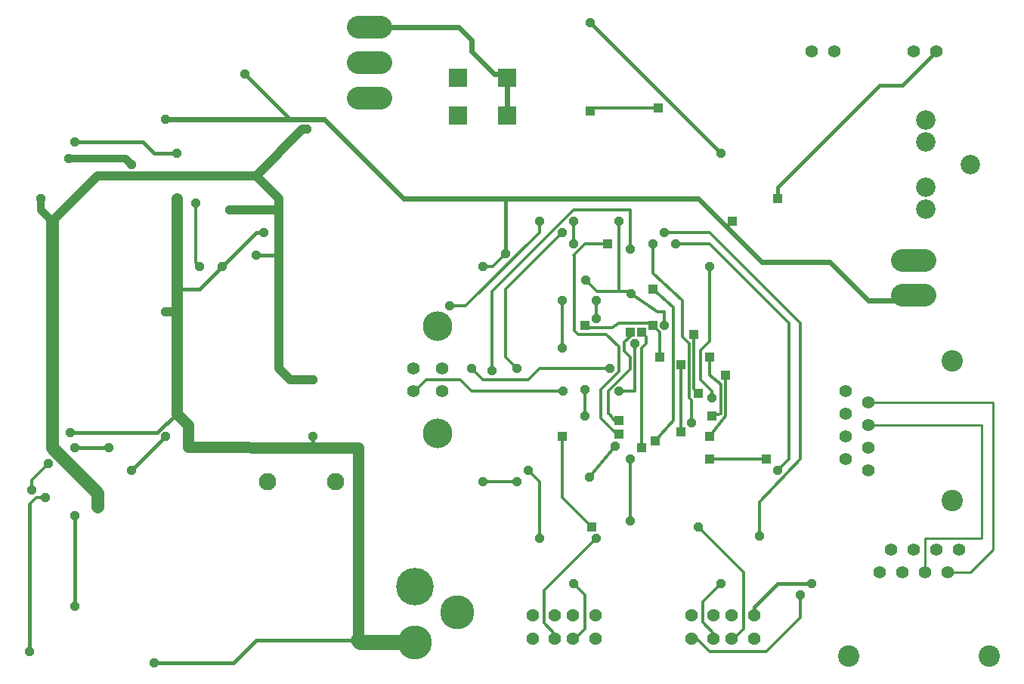
<source format=gbl>
G75*
G70*
%OFA0B0*%
%FSLAX24Y24*%
%IPPOS*%
%LPD*%
%AMOC8*
5,1,8,0,0,1.08239X$1,22.5*
%
%ADD10C,0.0560*%
%ADD11C,0.1306*%
%ADD12R,0.0827X0.0827*%
%ADD13C,0.0768*%
%ADD14C,0.0562*%
%ADD15C,0.0550*%
%ADD16C,0.0860*%
%ADD17C,0.0945*%
%ADD18C,0.1660*%
%ADD19C,0.1502*%
%ADD20C,0.1004*%
%ADD21R,0.0396X0.0396*%
%ADD22C,0.0120*%
%ADD23OC8,0.0396*%
%ADD24C,0.0500*%
%ADD25C,0.0160*%
%ADD26C,0.0660*%
%ADD27C,0.0400*%
%ADD28C,0.0240*%
%ADD29C,0.0560*%
%ADD30C,0.0320*%
%ADD31C,0.0100*%
D10*
X020037Y014508D03*
X020037Y015492D03*
X021297Y015492D03*
X021297Y014508D03*
X039100Y014500D03*
X040100Y014000D03*
X039100Y013500D03*
X040100Y013000D03*
X039100Y012500D03*
X040100Y012000D03*
X039100Y011500D03*
X040100Y011000D03*
X041100Y007500D03*
X042100Y007500D03*
X043100Y007500D03*
X044100Y007500D03*
X043600Y006500D03*
X042600Y006500D03*
X041600Y006500D03*
X040600Y006500D03*
D11*
X021100Y012630D03*
X021100Y017370D03*
D12*
X022017Y026673D03*
X022017Y028327D03*
X024183Y028327D03*
X024183Y026673D03*
D13*
X016600Y010500D03*
X013600Y010500D03*
D14*
X025309Y004598D03*
X026293Y004598D03*
X027080Y004598D03*
X028065Y004598D03*
X028065Y003567D03*
X027080Y003567D03*
X026293Y003567D03*
X025309Y003567D03*
X032309Y003567D03*
X033293Y003567D03*
X034080Y003567D03*
X035065Y003567D03*
X035065Y004598D03*
X034080Y004598D03*
X033293Y004598D03*
X032309Y004598D03*
D15*
X037600Y029500D03*
X038600Y029500D03*
X042100Y029500D03*
X043100Y029500D03*
D16*
X042631Y026469D03*
X042631Y025484D03*
X044600Y024500D03*
X042631Y023516D03*
X042631Y022531D03*
D17*
X043801Y015843D03*
X043801Y009657D03*
X045443Y002799D03*
X039257Y002799D03*
D18*
X020100Y005854D03*
D19*
X021990Y004732D03*
X020100Y003394D03*
D20*
X041598Y018720D02*
X042602Y018720D01*
X042602Y020280D02*
X041598Y020280D01*
X018602Y027441D02*
X017598Y027441D01*
X017598Y029000D02*
X018602Y029000D01*
X018602Y030559D02*
X017598Y030559D01*
D21*
X027850Y026850D03*
X030850Y027000D03*
X036100Y023000D03*
X034100Y022000D03*
X030600Y019000D03*
X030600Y017400D03*
X030100Y017100D03*
X029600Y017100D03*
X030900Y016000D03*
X031850Y015650D03*
X033100Y016000D03*
X033800Y015200D03*
X032600Y014400D03*
X033200Y013400D03*
X033100Y012500D03*
X031850Y012700D03*
X030700Y012300D03*
X030100Y012000D03*
X029100Y012600D03*
X029100Y013200D03*
X026600Y012500D03*
X027900Y008500D03*
X033100Y011500D03*
X035600Y011500D03*
X032400Y017000D03*
X027600Y017400D03*
X028600Y021000D03*
D22*
X027600Y021000D01*
X027100Y020500D01*
X027150Y020450D01*
X027150Y017150D01*
X027300Y017000D01*
X028550Y017000D01*
X029100Y016450D01*
X029100Y015350D01*
X028300Y014550D01*
X028300Y013300D01*
X029000Y012600D01*
X029100Y012600D01*
X029100Y013200D02*
X028900Y013200D01*
X028700Y013450D01*
X028650Y013500D01*
X028650Y014500D01*
X029600Y015450D01*
X029600Y016000D01*
X029350Y016250D01*
X029350Y016650D01*
X029600Y016900D01*
X029600Y017100D01*
X030100Y017100D02*
X030300Y016900D01*
X030300Y016600D01*
X030100Y016400D01*
X030100Y012000D01*
X030700Y012300D02*
X031500Y013200D01*
X031500Y018200D01*
X030600Y019000D01*
X030600Y019700D02*
X030600Y021000D01*
X031100Y021500D02*
X033100Y021500D01*
X037100Y017500D01*
X037100Y011500D01*
X035300Y009600D01*
X035300Y008100D01*
X034600Y006500D02*
X032600Y008500D01*
X034600Y006500D02*
X034600Y004000D01*
X034167Y003567D01*
X034080Y003567D01*
X033293Y003567D02*
X033293Y003807D01*
X032800Y004300D01*
X032800Y005200D01*
X033600Y006000D01*
X032533Y003567D02*
X033100Y003000D01*
X035600Y003000D01*
X037100Y004500D01*
X037100Y005500D01*
X032533Y003567D02*
X032309Y003567D01*
X027600Y004000D02*
X027600Y005500D01*
X027100Y006000D01*
X025800Y005700D02*
X028100Y008000D01*
X027900Y008500D02*
X026600Y009800D01*
X026600Y012500D01*
X027600Y013400D02*
X027600Y014550D01*
X026650Y014500D02*
X022600Y014500D01*
X022100Y015000D01*
X020600Y015000D01*
X020100Y014500D01*
X020045Y014500D01*
X020037Y014508D01*
X022600Y015500D02*
X023100Y015000D01*
X025100Y015000D01*
X025600Y015500D01*
X028700Y015500D01*
X029100Y014500D02*
X029800Y014500D01*
X029800Y016600D01*
X030600Y017400D02*
X030600Y017500D01*
X029100Y017500D01*
X028800Y017300D01*
X027700Y017300D01*
X027600Y017400D01*
X028100Y017700D02*
X028100Y018500D01*
X028150Y018900D02*
X029100Y018900D01*
X029100Y022000D01*
X029600Y022500D02*
X027100Y022500D01*
X023500Y018900D01*
X023500Y015400D01*
X024100Y016000D02*
X024600Y015500D01*
X024100Y016000D02*
X024100Y019000D01*
X026600Y021500D01*
X027100Y021000D02*
X027100Y022000D01*
X025600Y022000D02*
X025600Y021500D01*
X022350Y018250D01*
X021650Y018250D01*
X023100Y020000D02*
X023550Y020000D01*
X024100Y020550D01*
X026600Y018500D02*
X026600Y016400D01*
X029500Y018900D02*
X029650Y018800D01*
X030800Y018000D01*
X031100Y018000D01*
X031100Y017400D01*
X030900Y017100D02*
X030600Y017400D01*
X030900Y017100D02*
X030900Y016000D01*
X031850Y015650D02*
X031850Y012700D01*
X032300Y013100D02*
X032300Y014100D01*
X032200Y014200D01*
X032200Y016600D01*
X031900Y016900D01*
X031900Y018500D01*
X030600Y019700D01*
X029500Y018900D02*
X029100Y018900D01*
X028150Y018900D02*
X027650Y019400D01*
X029600Y020750D02*
X029600Y022500D01*
X031600Y021000D02*
X033100Y021000D01*
X036600Y017500D01*
X036600Y011500D01*
X036100Y011000D01*
X035600Y011500D02*
X033100Y011500D01*
X033100Y012500D02*
X033800Y013400D01*
X033800Y015200D01*
X033600Y014800D02*
X033600Y013500D01*
X033200Y013400D01*
X033200Y014200D02*
X033200Y014500D01*
X032700Y015000D01*
X032700Y016300D01*
X033100Y016700D01*
X033100Y020000D01*
X032400Y017000D02*
X032400Y014600D01*
X032600Y014400D01*
X033100Y015200D02*
X033600Y014800D01*
X033100Y015200D02*
X033100Y016000D01*
X028950Y012050D02*
X027800Y010700D01*
X029600Y011500D02*
X029600Y008750D01*
X025600Y008000D02*
X025600Y010500D01*
X025100Y011000D01*
X024600Y010500D02*
X023100Y010500D01*
X025800Y005700D02*
X025800Y004250D01*
X026293Y003757D01*
X026293Y003567D01*
X027080Y003567D02*
X027167Y003567D01*
X027600Y004000D01*
X010600Y020000D02*
X010450Y020150D01*
X010450Y022800D01*
X003950Y011300D02*
X003220Y010570D01*
X003220Y010120D01*
X003400Y009800D02*
X003100Y009500D01*
X003400Y009800D02*
X003800Y009800D01*
X027850Y026850D02*
X028000Y027000D01*
X030850Y027000D01*
D23*
X003100Y003000D03*
X005100Y005000D03*
X008600Y002500D03*
X005100Y009000D03*
X006100Y009400D03*
X003800Y009800D03*
X003220Y010120D03*
X003950Y011300D03*
X005100Y012000D03*
X004900Y012650D03*
X006600Y012000D03*
X007600Y011000D03*
X009100Y012500D03*
X015600Y012500D03*
X015600Y015000D03*
X021650Y018250D03*
X023100Y020000D03*
X024100Y020550D03*
X025600Y022000D03*
X026600Y021500D03*
X027100Y021000D03*
X027100Y022000D03*
X029100Y022000D03*
X030600Y021000D03*
X031100Y021500D03*
X031600Y021000D03*
X033100Y020000D03*
X029600Y020750D03*
X027650Y019400D03*
X028100Y018500D03*
X028100Y017700D03*
X026600Y018500D03*
X026600Y016400D03*
X024600Y015500D03*
X023500Y015400D03*
X022600Y015500D03*
X026650Y014500D03*
X027600Y014550D03*
X027600Y013400D03*
X029100Y014500D03*
X028700Y015500D03*
X029800Y016600D03*
X031100Y017400D03*
X029650Y018800D03*
X033200Y014200D03*
X032300Y013100D03*
X029600Y011500D03*
X028950Y012050D03*
X027800Y010700D03*
X029600Y008750D03*
X028100Y008000D03*
X027100Y006000D03*
X025600Y008000D03*
X024600Y010500D03*
X025100Y011000D03*
X023100Y010500D03*
X032600Y008500D03*
X035300Y008100D03*
X033600Y006000D03*
X037100Y005500D03*
X037600Y006000D03*
X036100Y011000D03*
X033600Y025000D03*
X027850Y030750D03*
X015350Y026050D03*
X012600Y028500D03*
X009100Y026500D03*
X009600Y025000D03*
X007600Y024500D03*
X009600Y023000D03*
X010450Y022800D03*
X011950Y022500D03*
X013450Y021500D03*
X013100Y020500D03*
X011600Y020000D03*
X010600Y020000D03*
X009100Y018000D03*
X003600Y023000D03*
X004850Y024750D03*
X005100Y025500D03*
D24*
X009600Y023000D02*
X009600Y019000D01*
X009600Y018000D01*
X009600Y013500D01*
X010100Y013000D01*
X010100Y012031D01*
X015598Y012008D01*
X017600Y012000D01*
X017600Y003500D01*
D25*
X018631Y003500D01*
X017600Y003500D02*
X013100Y003500D01*
X012100Y002500D01*
X008600Y002500D01*
X005100Y005000D02*
X005100Y009000D01*
X003100Y009500D02*
X003100Y003000D01*
X007600Y011000D02*
X009100Y012500D01*
X008750Y012650D02*
X004900Y012650D01*
X005100Y012000D02*
X006600Y012000D01*
X008750Y012650D02*
X009600Y013500D01*
X015600Y012500D02*
X015600Y012010D01*
X015598Y012008D01*
X010600Y019000D02*
X009600Y019000D01*
X010600Y019000D02*
X011600Y020000D01*
X013100Y021500D01*
X013450Y021500D01*
X013100Y020500D02*
X014100Y020500D01*
X009600Y025000D02*
X008600Y025000D01*
X008100Y025500D01*
X005100Y025500D01*
X012600Y028500D02*
X014600Y026500D01*
X024100Y023000D02*
X024100Y020500D01*
X024100Y023000D02*
X027100Y023000D01*
X033600Y025000D02*
X027850Y030750D01*
X036100Y023500D02*
X040600Y028000D01*
X041600Y028000D01*
X043100Y029500D01*
X036100Y023500D02*
X036100Y023000D01*
X034100Y022000D02*
X033850Y021750D01*
X036100Y006000D02*
X037600Y006000D01*
X036100Y006000D02*
X035065Y004965D01*
X035065Y004598D01*
D26*
X020100Y003394D02*
X017706Y003394D01*
X017600Y003500D01*
D27*
X015600Y015000D02*
X014600Y015000D01*
X014100Y015500D01*
X014100Y020500D01*
X014100Y022500D01*
X011950Y022500D01*
X013100Y024000D02*
X015150Y026050D01*
X015350Y026050D01*
X013100Y024000D02*
X014100Y023000D01*
X014100Y022500D01*
X013100Y024000D02*
X006100Y024000D01*
X004100Y022000D01*
X009100Y018000D02*
X009600Y018000D01*
D28*
X016100Y026500D02*
X019600Y023000D01*
X027100Y023000D01*
X032600Y023000D01*
X033850Y021750D01*
X035400Y020200D01*
X038400Y020200D01*
X040100Y018500D01*
X041880Y018500D01*
X042100Y018720D01*
X024183Y026673D02*
X024183Y028327D01*
X024009Y028500D01*
X023600Y028500D01*
X022600Y029500D01*
X022600Y030000D01*
X022041Y030559D01*
X018100Y030559D01*
X016100Y026500D02*
X014600Y026500D01*
X009100Y026500D01*
D29*
X004100Y022000D02*
X004100Y012000D01*
X006100Y010000D01*
X006100Y009400D01*
D30*
X004100Y022000D02*
X003600Y022500D01*
X003600Y023000D01*
X004850Y024750D02*
X007350Y024750D01*
X007600Y024500D01*
D31*
X040100Y014000D02*
X045600Y014000D01*
X045600Y007500D01*
X044600Y006500D01*
X043600Y006500D01*
X042600Y006500D02*
X042600Y008000D01*
X045100Y008000D01*
X045100Y013000D01*
X040100Y013000D01*
M02*

</source>
